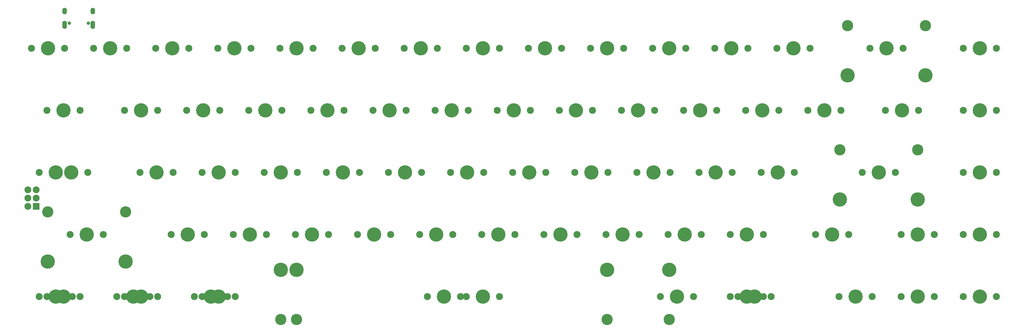
<source format=gts>
G04 #@! TF.GenerationSoftware,KiCad,Pcbnew,(5.1.5)-3*
G04 #@! TF.CreationDate,2020-10-29T06:49:23-07:00*
G04 #@! TF.ProjectId,Voyager60,566f7961-6765-4723-9630-2e6b69636164,rev?*
G04 #@! TF.SameCoordinates,Original*
G04 #@! TF.FileFunction,Soldermask,Top*
G04 #@! TF.FilePolarity,Negative*
%FSLAX46Y46*%
G04 Gerber Fmt 4.6, Leading zero omitted, Abs format (unit mm)*
G04 Created by KiCad (PCBNEW (5.1.5)-3) date 2020-10-29 06:49:23*
%MOMM*%
%LPD*%
G04 APERTURE LIST*
%ADD10C,2.150000*%
%ADD11C,4.387800*%
%ADD12C,3.448000*%
%ADD13C,2.100000*%
%ADD14R,2.100000X2.100000*%
%ADD15C,1.050000*%
%ADD16O,1.400000X2.500000*%
%ADD17O,1.400000X2.000000*%
G04 APERTURE END LIST*
D10*
X39211250Y-69850000D03*
X29051250Y-69850000D03*
D11*
X34131250Y-69850000D03*
D10*
X41592500Y-50800000D03*
X31432500Y-50800000D03*
D11*
X36512500Y-50800000D03*
D10*
X155892500Y-88900000D03*
X145732500Y-88900000D03*
D11*
X150812500Y-88900000D03*
D10*
X198755000Y-50800000D03*
X188595000Y-50800000D03*
D11*
X193675000Y-50800000D03*
D10*
X203517500Y-69850000D03*
X193357500Y-69850000D03*
D11*
X198437500Y-69850000D03*
X298481750Y-78105000D03*
X274605750Y-78105000D03*
D12*
X298481750Y-62865000D03*
X274605750Y-62865000D03*
D10*
X291623750Y-69850000D03*
X281463750Y-69850000D03*
D11*
X286543750Y-69850000D03*
D10*
X43973750Y-69850000D03*
X33813750Y-69850000D03*
D11*
X38893750Y-69850000D03*
X55594250Y-97155000D03*
X31718250Y-97155000D03*
D12*
X55594250Y-81915000D03*
X31718250Y-81915000D03*
D10*
X48736250Y-88900000D03*
X38576250Y-88900000D03*
D11*
X43656250Y-88900000D03*
X222250000Y-99695000D03*
X107950000Y-99695000D03*
D12*
X222250000Y-114935000D03*
X107950000Y-114935000D03*
D10*
X170180000Y-107950000D03*
X160020000Y-107950000D03*
D11*
X165100000Y-107950000D03*
D10*
X108267500Y-69850000D03*
X98107500Y-69850000D03*
D11*
X103187500Y-69850000D03*
D10*
X55880000Y-31750000D03*
X45720000Y-31750000D03*
D11*
X50800000Y-31750000D03*
D10*
X86836250Y-107950000D03*
X76676250Y-107950000D03*
D11*
X81756250Y-107950000D03*
D10*
X79692500Y-88900000D03*
X69532500Y-88900000D03*
D11*
X74612500Y-88900000D03*
D10*
X160655000Y-50800000D03*
X150495000Y-50800000D03*
D11*
X155575000Y-50800000D03*
D10*
X98742500Y-88900000D03*
X88582500Y-88900000D03*
D11*
X93662500Y-88900000D03*
D10*
X65405000Y-107950000D03*
X55245000Y-107950000D03*
D11*
X60325000Y-107950000D03*
D10*
X63023750Y-107950000D03*
X52863750Y-107950000D03*
D11*
X57943750Y-107950000D03*
D10*
X84455000Y-50800000D03*
X74295000Y-50800000D03*
D11*
X79375000Y-50800000D03*
D10*
X136842500Y-88900000D03*
X126682500Y-88900000D03*
D11*
X131762500Y-88900000D03*
D10*
X179705000Y-50800000D03*
X169545000Y-50800000D03*
D11*
X174625000Y-50800000D03*
D10*
X141605000Y-50800000D03*
X131445000Y-50800000D03*
D11*
X136525000Y-50800000D03*
D10*
X303530000Y-88900000D03*
X293370000Y-88900000D03*
D11*
X298450000Y-88900000D03*
D10*
X277336250Y-88900000D03*
X267176250Y-88900000D03*
D11*
X272256250Y-88900000D03*
X203193650Y-99695000D03*
X103193850Y-99695000D03*
D12*
X203193650Y-114935000D03*
X103193850Y-114935000D03*
D10*
X158273750Y-107950000D03*
X148113750Y-107950000D03*
D11*
X153193750Y-107950000D03*
D10*
X89217500Y-69850000D03*
X79057500Y-69850000D03*
D11*
X84137500Y-69850000D03*
D10*
X253523750Y-107950000D03*
X243363750Y-107950000D03*
D11*
X248443750Y-107950000D03*
D10*
X284480000Y-107950000D03*
X274320000Y-107950000D03*
D11*
X279400000Y-107950000D03*
D10*
X303530000Y-107950000D03*
X293370000Y-107950000D03*
D11*
X298450000Y-107950000D03*
D10*
X251142500Y-107950000D03*
X240982500Y-107950000D03*
D11*
X246062500Y-107950000D03*
D10*
X229711250Y-107950000D03*
X219551250Y-107950000D03*
D11*
X224631250Y-107950000D03*
D10*
X122555000Y-50800000D03*
X112395000Y-50800000D03*
D11*
X117475000Y-50800000D03*
D10*
X65405000Y-50800000D03*
X55245000Y-50800000D03*
D11*
X60325000Y-50800000D03*
D10*
X236855000Y-50800000D03*
X226695000Y-50800000D03*
D11*
X231775000Y-50800000D03*
D10*
X217805000Y-50800000D03*
X207645000Y-50800000D03*
D11*
X212725000Y-50800000D03*
D10*
X174942500Y-88900000D03*
X164782500Y-88900000D03*
D11*
X169862500Y-88900000D03*
D10*
X193992500Y-88900000D03*
X183832500Y-88900000D03*
D11*
X188912500Y-88900000D03*
D10*
X222567500Y-69850000D03*
X212407500Y-69850000D03*
D11*
X217487500Y-69850000D03*
D10*
X184467500Y-69850000D03*
X174307500Y-69850000D03*
D11*
X179387500Y-69850000D03*
D10*
X165417500Y-69850000D03*
X155257500Y-69850000D03*
D11*
X160337500Y-69850000D03*
D10*
X146367500Y-69850000D03*
X136207500Y-69850000D03*
D11*
X141287500Y-69850000D03*
D10*
X322580000Y-107950000D03*
X312420000Y-107950000D03*
D11*
X317500000Y-107950000D03*
D10*
X322580000Y-88900000D03*
X312420000Y-88900000D03*
D11*
X317500000Y-88900000D03*
D10*
X322580000Y-69850000D03*
X312420000Y-69850000D03*
D11*
X317500000Y-69850000D03*
D10*
X322580000Y-50800000D03*
X312420000Y-50800000D03*
D11*
X317500000Y-50800000D03*
D10*
X322580000Y-31750000D03*
X312420000Y-31750000D03*
D11*
X317500000Y-31750000D03*
D10*
X127317500Y-69850000D03*
X117157500Y-69850000D03*
D11*
X122237500Y-69850000D03*
D10*
X36830000Y-31750000D03*
X26670000Y-31750000D03*
D11*
X31750000Y-31750000D03*
D10*
X103505000Y-50800000D03*
X93345000Y-50800000D03*
D11*
X98425000Y-50800000D03*
D10*
X41592500Y-107950000D03*
X31432500Y-107950000D03*
D11*
X36512500Y-107950000D03*
D10*
X39211250Y-107950000D03*
X29051250Y-107950000D03*
D11*
X34131250Y-107950000D03*
D10*
X117792500Y-88900000D03*
X107632500Y-88900000D03*
D11*
X112712500Y-88900000D03*
X300863000Y-40005000D03*
X276987000Y-40005000D03*
D12*
X300863000Y-24765000D03*
X276987000Y-24765000D03*
D10*
X294005000Y-31750000D03*
X283845000Y-31750000D03*
D11*
X288925000Y-31750000D03*
D10*
X89217500Y-107950000D03*
X79057500Y-107950000D03*
D11*
X84137500Y-107950000D03*
D10*
X70167500Y-69850000D03*
X60007500Y-69850000D03*
D11*
X65087500Y-69850000D03*
D10*
X274955000Y-50800000D03*
X264795000Y-50800000D03*
D11*
X269875000Y-50800000D03*
D10*
X298767500Y-50800000D03*
X288607500Y-50800000D03*
D11*
X293687500Y-50800000D03*
D10*
X255905000Y-50800000D03*
X245745000Y-50800000D03*
D11*
X250825000Y-50800000D03*
D10*
X265430000Y-31750000D03*
X255270000Y-31750000D03*
D11*
X260350000Y-31750000D03*
D10*
X241617500Y-69850000D03*
X231457500Y-69850000D03*
D11*
X236537500Y-69850000D03*
D10*
X251142500Y-88900000D03*
X240982500Y-88900000D03*
D11*
X246062500Y-88900000D03*
D10*
X246380000Y-31750000D03*
X236220000Y-31750000D03*
D11*
X241300000Y-31750000D03*
D10*
X260667500Y-69850000D03*
X250507500Y-69850000D03*
D11*
X255587500Y-69850000D03*
D10*
X227330000Y-31750000D03*
X217170000Y-31750000D03*
D11*
X222250000Y-31750000D03*
D10*
X208280000Y-31750000D03*
X198120000Y-31750000D03*
D11*
X203200000Y-31750000D03*
D10*
X189230000Y-31750000D03*
X179070000Y-31750000D03*
D11*
X184150000Y-31750000D03*
D10*
X170180000Y-31750000D03*
X160020000Y-31750000D03*
D11*
X165100000Y-31750000D03*
D10*
X151130000Y-31750000D03*
X140970000Y-31750000D03*
D11*
X146050000Y-31750000D03*
D10*
X132080000Y-31750000D03*
X121920000Y-31750000D03*
D11*
X127000000Y-31750000D03*
D10*
X113030000Y-31750000D03*
X102870000Y-31750000D03*
D11*
X107950000Y-31750000D03*
D10*
X93980000Y-31750000D03*
X83820000Y-31750000D03*
D11*
X88900000Y-31750000D03*
D10*
X74930000Y-31750000D03*
X64770000Y-31750000D03*
D11*
X69850000Y-31750000D03*
D10*
X213042500Y-88900000D03*
X202882500Y-88900000D03*
D11*
X207962500Y-88900000D03*
D10*
X232092500Y-88900000D03*
X221932500Y-88900000D03*
D11*
X227012500Y-88900000D03*
D13*
X25580000Y-75160000D03*
X28120000Y-75160000D03*
X25580000Y-77700000D03*
X28120000Y-77700000D03*
X25580000Y-80240000D03*
D14*
X28120000Y-80240000D03*
D15*
X44107600Y-23977500D03*
X38327600Y-23977500D03*
D16*
X36897600Y-24507500D03*
X45537600Y-24507500D03*
D17*
X36897600Y-20327500D03*
X45537600Y-20327500D03*
M02*

</source>
